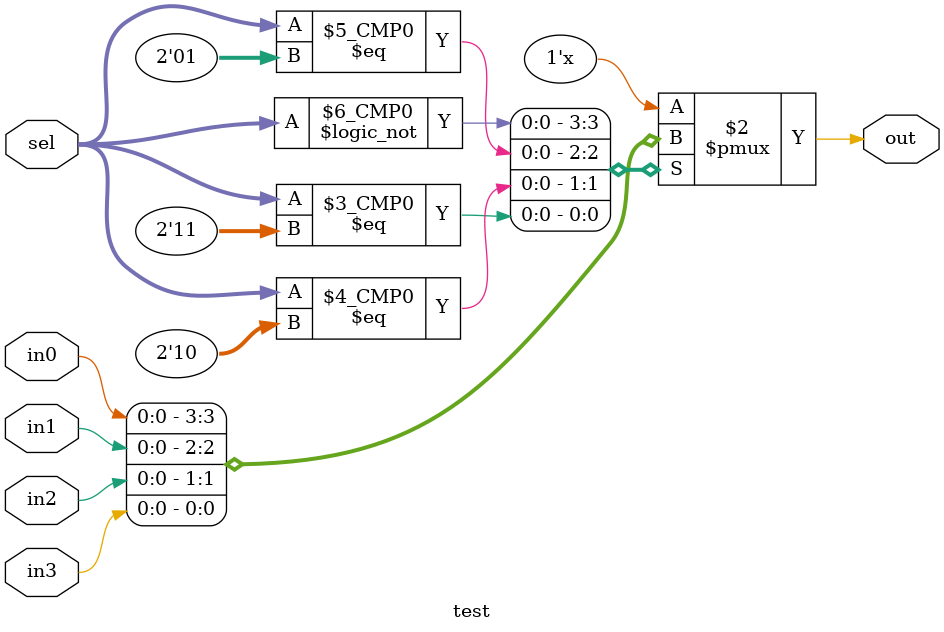
<source format=v>
module test (
in0, in1, in2, in3, sel, out
);

// Inputs and Outputs
input   in0,in1,in2,in3;
input [1:0] sel;

output  reg  out;

always @(*) begin
case (sel)
2'b00 : out = in0;
2'b01 : out = in1;
2'b10 : out = in2;
2'b11 : out = in3;
endcase

end

endmodule

</source>
